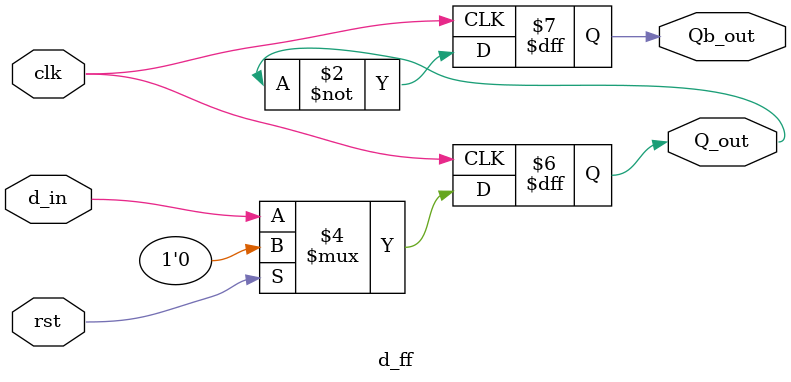
<source format=v>
module d_ff(d_in,clk,rst,Q_out,Qb_out);
input d_in,clk,rst;
output reg Q_out;
output reg Qb_out;

always@(posedge clk)
begin 
Qb_out=~Q_out;
if(rst)
Q_out=1'b0;
else
Q_out<=d_in;
end

endmodule

</source>
